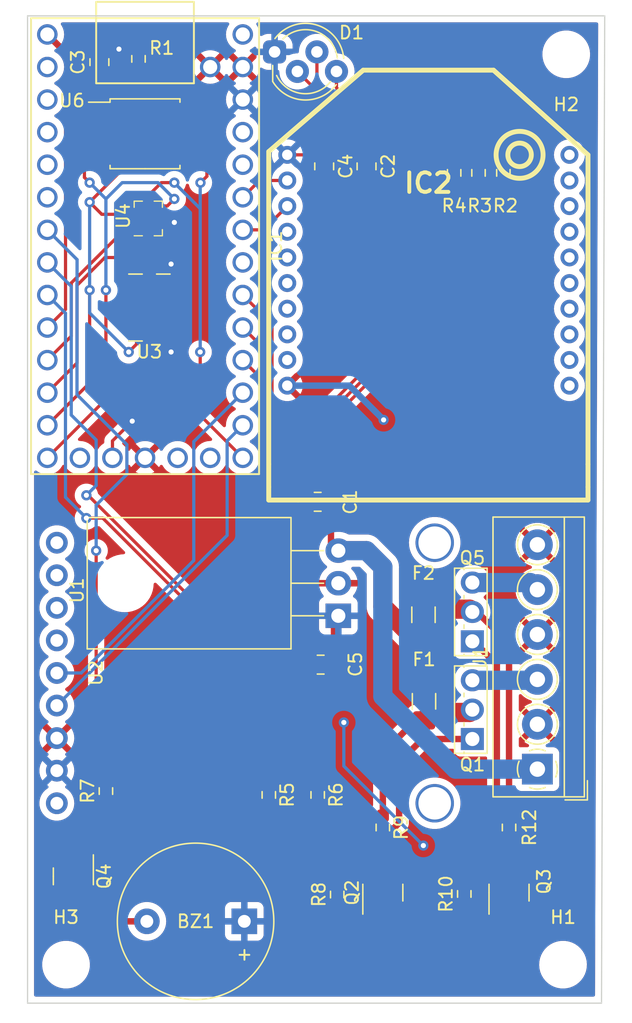
<source format=kicad_pcb>
(kicad_pcb (version 20211014) (generator pcbnew)
  (layers (0 "F.Cu" signal) (31 "B.Cu" signal) (34 "B.Paste" user) (35 "F.Paste" user) (36 "B.SilkS" user "B.Silkscreen") (37 "F.SilkS" user "F.Silkscreen") (38 "B.Mask" user) (39 "F.Mask" user) (44 "Edge.Cuts" user))
  (net 0 "")
  (net 1 "Net-(D1-Pad4)")
  (net 2 "Net-(D1-Pad3)")
  (net 3 "Net-(D1-Pad2)")
  (net 6 "GND")
  (net 7 "/SPI.FL-CS")
  (net 9 "/SPI.BMP-CS")
  (net 10 "/SPI.ADXL-CS")
  (net 11 "/SPI.MOSI")
  (net 14 "Net-(R1-Pad2)")
  (net 16 "+3V3")
  (net 17 "Net-(BZ1-Pad2)")
  (net 19 "/SPI.MISO")
  (net 20 "/SPI.SCK")
  (net 24 "/GPS.RX")
  (net 25 "/GPS.TX")
  (net 26 "/XBEE.RX")
  (net 27 "/XBEE.TX")
  (net 28 "BUZZER")
  (net 29 "Net-(F1-Pad2)")
  (net 30 "LED-B")
  (net 31 "LED-G")
  (net 32 "LED-R")
  (net 62 "Net-(F2-Pad2)")
  (net 63 "+BATT")
  (net 64 "/ACT1")
  (net 65 "/ACT2")
  (net 66 "Net-(Q1-Pad1)")
  (net 67 "/DROGUE_POW")
  (net 68 "Net-(Q2-Pad1)")
  (net 69 "Net-(Q3-Pad1)")
  (net 70 "Net-(Q3-Pad3)")
  (net 71 "Net-(Q4-Pad1)")
  (net 72 "/MAIN_POW")
  (footprint "Package_LGA:LGA-14_3x5mm_P0.8mm_LayoutBorder1x6y" (layer "F.Cu") (at 81.5 86.75 180)
    (fp_text reference "U3" (at 0 -3.45) (layer "F.SilkS"))
    (fp_text value "ADXL345")
    (pad "1" smd roundrect locked (at -1 -2 180) (size 0.95 0.6) (layers "F.Cu" "F.Paste" "F.Mask") (net 16 "+3V3"))
    (pad "2" smd roundrect locked (at -1 -1.2 180) (size 0.95 0.6) (layers "F.Cu" "F.Paste" "F.Mask") (net 6 "GND"))
    (pad "3" smd roundrect locked (at -1 -0.4 180) (size 0.95 0.6) (layers "F.Cu" "F.Paste" "F.Mask"))
    (pad "4" smd roundrect locked (at -1 0.4 180) (size 0.95 0.6) (layers "F.Cu" "F.Paste" "F.Mask") (net 6 "GND"))
    (pad "5" smd roundrect locked (at -1 1.2 180) (size 0.95 0.6) (layers "F.Cu" "F.Paste" "F.Mask") (net 6 "GND"))
    (pad "6" smd roundrect locked (at -1 2 180) (size 0.95 0.6) (layers "F.Cu" "F.Paste" "F.Mask") (net 16 "+3V3"))
    (pad "7" smd roundrect locked (at 0 2 180) (size 0.6 0.95) (layers "F.Cu" "F.Paste" "F.Mask") (net 10 "/SPI.ADXL-CS"))
    (pad "8" smd roundrect locked (at 1 2 180) (size 0.95 0.6) (layers "F.Cu" "F.Paste" "F.Mask"))
    (pad "9" smd roundrect locked (at 1 1.2 180) (size 0.95 0.6) (layers "F.Cu" "F.Paste" "F.Mask"))
    (pad "10" smd roundrect locked (at 1 0.4 180) (size 0.95 0.6) (layers "F.Cu" "F.Paste" "F.Mask"))
    (pad "11" smd roundrect locked (at 1 -0.4 180) (size 0.95 0.6) (layers "F.Cu" "F.Paste" "F.Mask"))
    (pad "12" smd roundrect locked (at 1 -1.2 180) (size 0.95 0.6) (layers "F.Cu" "F.Paste" "F.Mask") (net 19 "/SPI.MISO"))
    (pad "13" smd roundrect locked (at 1 -2 180) (size 0.95 0.6) (layers "F.Cu" "F.Paste" "F.Mask") (net 11 "/SPI.MOSI"))
    (pad "14" smd roundrect locked (at 0 -2 180) (size 0.6 0.95) (layers "F.Cu" "F.Paste" "F.Mask") (net 20 "/SPI.SCK"))
  )
  (footprint "Package_SO:SOIC-8_5.23x5.23mm_P1.27mm" (layer "F.Cu") (at 81.158 73.198)
    (fp_text reference "U6" (at -5.698 -2.588) (layer "F.SilkS"))
    (fp_text value "Memory_Flash_W25Q32JVSS")
    (pad "1" smd roundrect locked (at -3.6 -1.905) (size 1.6 0.6) (layers "F.Cu" "F.Paste" "F.Mask") (net 7 "/SPI.FL-CS"))
    (pad "2" smd roundrect locked (at -3.6 -0.635) (size 1.6 0.6) (layers "F.Cu" "F.Paste" "F.Mask") (net 19 "/SPI.MISO"))
    (pad "3" smd roundrect locked (at -3.6 0.635) (size 1.6 0.6) (layers "F.Cu" "F.Paste" "F.Mask"))
    (pad "4" smd roundrect locked (at -3.6 1.905) (size 1.6 0.6) (layers "F.Cu" "F.Paste" "F.Mask") (net 6 "GND"))
    (pad "5" smd roundrect locked (at 3.6 1.905) (size 1.6 0.6) (layers "F.Cu" "F.Paste" "F.Mask") (net 11 "/SPI.MOSI"))
    (pad "6" smd roundrect locked (at 3.6 0.635) (size 1.6 0.6) (layers "F.Cu" "F.Paste" "F.Mask") (net 20 "/SPI.SCK"))
    (pad "7" smd roundrect locked (at 3.6 -0.635) (size 1.6 0.6) (layers "F.Cu" "F.Paste" "F.Mask") (net 14 "Net-(R1-Pad2)"))
    (pad "8" smd roundrect locked (at 3.6 -1.905) (size 1.6 0.6) (layers "F.Cu" "F.Paste" "F.Mask") (net 16 "+3V3"))
  )
  (footprint "Capacitor_SMD:C_0805_2012Metric_Pad1.18x1.45mm_HandSolder" (layer "F.Cu") (at 94.62 101.9 180)
    (fp_text reference "C1" (at -2.54 -0.02 90) (layer "F.SilkS"))
    (fp_text value "10uf")
    (pad "1" smd roundrect locked (at -1.0375 0 180) (size 1.175 1.45) (layers "F.Cu" "F.Paste" "F.Mask") (roundrect_rratio 0.212766) (net 63 "+BATT"))
    (pad "2" smd roundrect locked (at 1.0375 0 180) (size 1.175 1.45) (layers "F.Cu" "F.Paste" "F.Mask") (roundrect_rratio 0.212766) (net 6 "GND"))
  )
  (footprint "Capacitor_SMD:C_0805_2012Metric_Pad1.18x1.45mm_HandSolder" (layer "F.Cu") (at 94.8525 114.6 180)
    (fp_text reference "C5" (at -2.71 0.02 90) (layer "F.SilkS"))
    (fp_text value "10uf")
    (pad "1" smd roundrect locked (at -1.0375 0 180) (size 1.175 1.45) (layers "F.Cu" "F.Paste" "F.Mask") (roundrect_rratio 0.212766) (net 16 "+3V3"))
    (pad "2" smd roundrect locked (at 1.0375 0 180) (size 1.175 1.45) (layers "F.Cu" "F.Paste" "F.Mask") (roundrect_rratio 0.212766) (net 6 "GND"))
  )
  (footprint "Package_TO_SOT_THT:TO-220-3_Horizontal_TabDown" (layer "F.Cu") (at 96.23 110.79 90)
    (fp_text reference "U1" (at 1.98 -20.37 90) (layer "F.SilkS"))
    (fp_text value "VXO7803-1000")
    (pad "" np_thru_hole oval locked (at 2.54 -16.66 90) (size 3.5 3.5) (drill 3.5) (layers *.Cu *.Mask))
    (pad "1" thru_hole rect locked (at 0 0 90) (size 1.905 2) (drill 1.1) (layers *.Cu *.Mask) (net 16 "+3V3"))
    (pad "2" thru_hole oval locked (at 2.54 0 90) (size 1.905 2) (drill 1.1) (layers *.Cu *.Mask) (net 6 "GND"))
    (pad "3" thru_hole oval locked (at 5.08 0 90) (size 1.905 2) (drill 1.1) (layers *.Cu *.Mask) (net 63 "+BATT"))
  )
  (footprint "Resistor_SMD:R_0603_1608Metric_Pad0.98x0.95mm_HandSolder" (layer "F.Cu") (at 80.65 67.356 -90)
    (fp_text reference "R1" (at -0.846 -1.81) (layer "F.SilkS"))
    (fp_text value "10M")
    (pad "1" smd roundrect locked (at -0.9125 0 270) (size 0.975 0.95) (layers "F.Cu" "F.Paste" "F.Mask") (net 16 "+3V3"))
    (pad "2" smd roundrect locked (at 0.9125 0 270) (size 0.975 0.95) (layers "F.Cu" "F.Paste" "F.Mask") (net 14 "Net-(R1-Pad2)"))
  )
  (footprint "Flight Computer:XBEE_PRO_PTH" (layer "F.Cu") (at 103.25 74.84)
    (fp_text reference "IC2" (at 0 2.2) (layer "F.SilkS") (effects (font (size 1.524 1.524) (thickness 0.3048))))
    (fp_text value "XB24CZ7PIT-004" hide)
    (pad "1" thru_hole circle locked (at -11.00074 0) (size 1.397 1.397) (drill 0.8128) (layers *.Cu *.Mask) (net 16 "+3V3"))
    (pad "2" thru_hole circle locked (at -11.00074 1.99898) (size 1.397 1.397) (drill 0.8128) (layers *.Cu *.Mask) (net 27 "/XBEE.TX"))
    (pad "3" thru_hole circle locked (at -11.00074 4.0005) (size 1.397 1.397) (drill 0.8128) (layers *.Cu *.Mask) (net 26 "/XBEE.RX"))
    (pad "4" thru_hole circle locked (at -11.00074 5.99948) (size 1.397 1.397) (drill 0.8128) (layers *.Cu *.Mask))
    (pad "5" thru_hole circle locked (at -11.00074 8.001) (size 1.397 1.397) (drill 0.8128) (layers *.Cu *.Mask))
    (pad "6" thru_hole circle locked (at -11.00074 9.99998) (size 1.397 1.397) (drill 0.8128) (layers *.Cu *.Mask))
    (pad "7" thru_hole circle locked (at -11.00074 11.99896) (size 1.397 1.397) (drill 0.8128) (layers *.Cu *.Mask))
    (pad "8" thru_hole circle locked (at -11.00074 14.00048) (size 1.397 1.397) (drill 0.8128) (layers *.Cu *.Mask))
    (pad "9" thru_hole circle locked (at -11.00074 15.99946) (size 1.397 1.397) (drill 0.8128) (layers *.Cu *.Mask))
    (pad "10" thru_hole circle locked (at -11.00074 18.00098) (size 1.397 1.397) (drill 0.8128) (layers *.Cu *.Mask) (net 6 "GND"))
    (pad "11" thru_hole circle locked (at 11.00074 18.00098) (size 1.397 1.397) (drill 0.8128) (layers *.Cu *.Mask))
    (pad "12" thru_hole circle locked (at 11.00074 15.99946) (size 1.397 1.397) (drill 0.8128) (layers *.Cu *.Mask))
    (pad "13" thru_hole circle locked (at 11.00074 14.00048) (size 1.397 1.397) (drill 0.8128) (layers *.Cu *.Mask))
    (pad "14" thru_hole circle locked (at 11.00074 11.99896) (size 1.397 1.397) (drill 0.8128) (layers *.Cu *.Mask))
    (pad "15" thru_hole circle locked (at 11.00074 9.99998) (size 1.397 1.397) (drill 0.8128) (layers *.Cu *.Mask))
    (pad "16" thru_hole circle locked (at 11.00074 8.001) (size 1.397 1.397) (drill 0.8128) (layers *.Cu *.Mask))
    (pad "17" thru_hole circle locked (at 11.00074 5.99948) (size 1.397 1.397) (drill 0.8128) (layers *.Cu *.Mask))
    (pad "18" thru_hole circle locked (at 11.00074 4.0005) (size 1.397 1.397) (drill 0.8128) (layers *.Cu *.Mask))
    (pad "19" thru_hole circle locked (at 11.00074 1.99898) (size 1.397 1.397) (drill 0.8128) (layers *.Cu *.Mask))
    (pad "20" thru_hole circle locked (at 11.00074 0) (size 1.397 1.397) (drill 0.8128) (layers *.Cu *.Mask))
  )
  (footprint "Package_LGA:Bosch_LGA-8_2x2.5mm_P0.65mm_ClockwisePinNumbering" (layer "F.Cu") (at 81.412 79.802 90)
    (fp_text reference "U4" (at 0.192 -1.952 90) (layer "F.SilkS"))
    (fp_text value "BMP280")
    (pad "1" smd rect locked (at -0.975 -0.8 180) (size 0.5 0.35) (layers "F.Cu" "F.Paste" "F.Mask") (net 6 "GND"))
    (pad "2" smd rect locked (at -0.325 -0.8 180) (size 0.5 0.35) (layers "F.Cu" "F.Paste" "F.Mask") (net 9 "/SPI.BMP-CS"))
    (pad "3" smd rect locked (at 0.325 -0.8 180) (size 0.5 0.35) (layers "F.Cu" "F.Paste" "F.Mask") (net 11 "/SPI.MOSI"))
    (pad "4" smd rect locked (at 0.975 -0.8 180) (size 0.5 0.35) (layers "F.Cu" "F.Paste" "F.Mask") (net 20 "/SPI.SCK"))
    (pad "5" smd rect locked (at 0.975 0.8 180) (size 0.5 0.35) (layers "F.Cu" "F.Paste" "F.Mask") (net 19 "/SPI.MISO"))
    (pad "6" smd rect locked (at 0.325 0.8 180) (size 0.5 0.35) (layers "F.Cu" "F.Paste" "F.Mask") (net 16 "+3V3"))
    (pad "7" smd rect locked (at -0.325 0.8 180) (size 0.5 0.35) (layers "F.Cu" "F.Paste" "F.Mask") (net 6 "GND"))
    (pad "8" smd rect locked (at -0.975 0.8 180) (size 0.5 0.35) (layers "F.Cu" "F.Paste" "F.Mask") (net 16 "+3V3"))
  )
  (footprint "MountingHole:MountingHole_2.7mm_M2.5" (layer "F.Cu") (at 114 67)
    (fp_text reference "H2" (at 0 3.912) (layer "F.SilkS"))
    (fp_text value "MountingHole")
    (pad "" np_thru_hole circle locked (at 0 0) (size 2.7 2.7) (drill 2.7) (layers *.Cu *.Mask))
  )
  (footprint "Flight Computer:Teensy40" (layer "F.Cu") (at 81.16 81.96 -90)
    (fp_text reference "IC1" (at 0 -10.16 90) (layer "F.SilkS"))
    (fp_text value "TEENSY_4.0")
    (pad "1" thru_hole circle (at -16.51 7.62 270) (size 1.6 1.6) (drill 1.1) (layers *.Cu *.Mask) (net 6 "GND"))
    (pad "2" thru_hole circle (at -13.97 7.62 270) (size 1.6 1.6) (drill 1.1) (layers *.Cu *.Mask))
    (pad "3" thru_hole circle (at -11.43 7.62 270) (size 1.6 1.6) (drill 1.1) (layers *.Cu *.Mask))
    (pad "4" thru_hole circle (at -8.89 7.62 270) (size 1.6 1.6) (drill 1.1) (layers *.Cu *.Mask))
    (pad "5" thru_hole circle (at -6.35 7.62 270) (size 1.6 1.6) (drill 1.1) (layers *.Cu *.Mask))
    (pad "6" thru_hole circle (at -3.81 7.62 270) (size 1.6 1.6) (drill 1.1) (layers *.Cu *.Mask))
    (pad "7" thru_hole circle (at -1.27 7.62 270) (size 1.6 1.6) (drill 1.1) (layers *.Cu *.Mask) (net 28 "BUZZER"))
    (pad "8" thru_hole circle (at 1.27 7.62 270) (size 1.6 1.6) (drill 1.1) (layers *.Cu *.Mask) (net 64 "/ACT1"))
    (pad "9" thru_hole circle (at 3.81 7.62 270) (size 1.6 1.6) (drill 1.1) (layers *.Cu *.Mask) (net 65 "/ACT2"))
    (pad "10" thru_hole circle (at 6.35 7.62 270) (size 1.6 1.6) (drill 1.1) (layers *.Cu *.Mask) (net 7 "/SPI.FL-CS"))
    (pad "11" thru_hole circle (at 8.89 7.62 270) (size 1.6 1.6) (drill 1.1) (layers *.Cu *.Mask) (net 9 "/SPI.BMP-CS"))
    (pad "12" thru_hole circle (at 11.43 7.62 270) (size 1.6 1.6) (drill 1.1) (layers *.Cu *.Mask) (net 10 "/SPI.ADXL-CS"))
    (pad "13" thru_hole circle (at 13.97 7.62 270) (size 1.6 1.6) (drill 1.1) (layers *.Cu *.Mask) (net 11 "/SPI.MOSI"))
    (pad "14" thru_hole circle (at 16.51 7.62 270) (size 1.6 1.6) (drill 1.1) (layers *.Cu *.Mask) (net 19 "/SPI.MISO"))
    (pad "15" thru_hole circle (at 16.51 5.08 270) (size 1.6 1.6) (drill 1.1) (layers *.Cu *.Mask))
    (pad "16" thru_hole circle (at 16.51 2.54 270) (size 1.6 1.6) (drill 1.1) (layers *.Cu *.Mask) (net 16 "+3V3"))
    (pad "17" thru_hole circle (at 16.51 0 270) (size 1.6 1.6) (drill 1.1) (layers *.Cu *.Mask) (net 6 "GND"))
    (pad "18" thru_hole circle (at 16.51 -2.54 270) (size 1.6 1.6) (drill 1.1) (layers *.Cu *.Mask))
    (pad "19" thru_hole circle (at 16.51 -5.08 270) (size 1.6 1.6) (drill 1.1) (layers *.Cu *.Mask))
    (pad "20" thru_hole circle (at 16.51 -7.62 270) (size 1.6 1.6) (drill 1.1) (layers *.Cu *.Mask) (net 20 "/SPI.SCK"))
    (pad "21" thru_hole circle (at 13.97 -7.62 270) (size 1.6 1.6) (drill 1.1) (layers *.Cu *.Mask) (net 24 "/GPS.RX"))
    (pad "22" thru_hole circle (at 11.43 -7.62 270) (size 1.6 1.6) (drill 1.1) (layers *.Cu *.Mask) (net 25 "/GPS.TX"))
    (pad "23" thru_hole circle (at 8.89 -7.62 270) (size 1.6 1.6) (drill 1.1) (layers *.Cu *.Mask) (net 32 "LED-R"))
    (pad "24" thru_hole circle (at 6.35 -7.62 270) (size 1.6 1.6) (drill 1.1) (layers *.Cu *.Mask) (net 31 "LED-G"))
    (pad "25" thru_hole circle (at 3.81 -7.62 270) (size 1.6 1.6) (drill 1.1) (layers *.Cu *.Mask) (net 30 "LED-B"))
    (pad "26" thru_hole circle (at 1.27 -7.62 270) (size 1.6 1.6) (drill 1.1) (layers *.Cu *.Mask))
    (pad "27" thru_hole circle (at -1.27 -7.62 270) (size 1.6 1.6) (drill 1.1) (layers *.Cu *.Mask) (net 26 "/XBEE.RX"))
    (pad "28" thru_hole circle (at -3.81 -7.62 270) (size 1.6 1.6) (drill 1.1) (layers *.Cu *.Mask) (net 27 "/XBEE.TX"))
    (pad "29" thru_hole circle (at -6.35 -7.62 270) (size 1.6 1.6) (drill 1.1) (layers *.Cu *.Mask))
    (pad "30" thru_hole circle (at -8.89 -7.62 270) (size 1.6 1.6) (drill 1.1) (layers *.Cu *.Mask))
    (pad "31" thru_hole circle (at -11.43 -7.62 270) (size 1.6 1.6) (drill 1.1) (layers *.Cu *.Mask) (net 16 "+3V3"))
    (pad "32" thru_hole circle (at -13.97 -7.62 270) (size 1.6 1.6) (drill 1.1) (layers *.Cu *.Mask) (net 6 "GND"))
    (pad "33" thru_hole circle (at -16.51 -7.62 270) (size 1.6 1.6) (drill 1.1) (layers *.Cu *.Mask))
    (pad "34" thru_hole circle (at -13.97 -5.08 270) (size 1.6 1.6) (drill 1.1) (layers *.Cu *.Mask) (net 6 "GND"))
  )
  (footprint "Resistor_SMD:R_0603_1608Metric_Pad0.98x0.95mm_HandSolder" (layer "F.Cu") (at 105.26 76.246 -90)
    (fp_text reference "R4" (at 2.564 0 180) (layer "F.SilkS"))
    (fp_text value "220")
    (pad "1" smd roundrect locked (at -0.9125 0 270) (size 0.975 0.95) (layers "F.Cu" "F.Paste" "F.Mask") (net 3 "Net-(D1-Pad2)"))
    (pad "2" smd roundrect locked (at 0.9125 0 270) (size 0.975 0.95) (layers "F.Cu" "F.Paste" "F.Mask") (net 30 "LED-B"))
  )
  (footprint "Flight Computer:Adafruit_GPS_THT" (layer "F.Cu") (at 72.25 115.25 -90)
    (fp_text reference "U2" (at 0 -5.08 90) (layer "F.SilkS"))
    (fp_text value "Flight-Computer_Adafruit_GPS_THT")
    (pad "" np_thru_hole circle locked (at -10.16 -31.496 270) (size 3 3) (drill 2.54) (layers *.Cu *.Mask))
    (pad "" np_thru_hole circle locked (at 10.16 -31.496 270) (size 3 3) (drill 2.54) (layers *.Cu *.Mask))
    (pad "1" thru_hole circle locked (at -10.16 -2.032 270) (size 1.7 1.7) (drill 1) (layers *.Cu *.Mask))
    (pad "2" thru_hole circle locked (at -7.62 -2.032 270) (size 1.7 1.7) (drill 1) (layers *.Cu *.Mask))
    (pad "3" thru_hole circle locked (at -5.08 -2.032 270) (size 1.7 1.7) (drill 1) (layers *.Cu *.Mask))
    (pad "4" thru_hole circle locked (at -2.54 -2.032 270) (size 1.7 1.7) (drill 1) (layers *.Cu *.Mask))
    (pad "5" thru_hole circle locked (at 0 -2.032 270) (size 1.7 1.7) (drill 1) (layers *.Cu *.Mask) (net 25 "/GPS.TX"))
    (pad "6" thru_hole circle locked (at 2.54 -2.032 270) (size 1.7 1.7) (drill 1) (layers *.Cu *.Mask) (net 24 "/GPS.RX"))
    (pad "7" thru_hole circle locked (at 5.08 -2.032 270) (size 1.7 1.7) (drill 1) (layers *.Cu *.Mask) (net 6 "GND"))
    (pad "8" thru_hole circle locked (at 7.62 -2.032 270) (size 1.7 1.7) (drill 1) (layers *.Cu *.Mask) (net 16 "+3V3"))
    (pad "9" thru_hole circle locked (at 10.16 -2.032 270) (size 1.7 1.7) (drill 1) (layers *.Cu *.Mask))
  )
  (footprint "Resistor_SMD:R_0603_1608Metric_Pad0.98x0.95mm_HandSolder" (layer "F.Cu") (at 94.62 124.76 -90)
    (fp_text reference "R6" (at 0 -1.43 90) (layer "F.SilkS"))
    (fp_text value "100R")
    (pad "1" smd roundrect locked (at -0.9125 0 270) (size 0.975 0.95) (layers "F.Cu" "F.Paste" "F.Mask") (net 64 "/ACT1"))
    (pad "2" smd roundrect locked (at 0.9125 0 270) (size 0.975 0.95) (layers "F.Cu" "F.Paste" "F.Mask") (net 68 "Net-(Q2-Pad1)"))
  )
  (footprint "Capacitor_SMD:C_0805_2012Metric_Pad1.18x1.45mm_HandSolder" (layer "F.Cu") (at 98.43 75.738 -90)
    (fp_text reference "C2" (at 0 -1.68 90) (layer "F.SilkS"))
    (fp_text value "1uf")
    (pad "1" smd roundrect (at -1.0375 0 270) (size 1.175 1.45) (layers "F.Cu" "F.Paste" "F.Mask") (roundrect_rratio 0.212766) (net 16 "+3V3"))
    (pad "2" smd roundrect (at 1.0375 0 270) (size 1.175 1.45) (layers "F.Cu" "F.Paste" "F.Mask") (roundrect_rratio 0.212766) (net 6 "GND"))
  )
  (footprint "Fuse:Fuse_1206_3216Metric_Pad1.42x1.75mm_HandSolder" (layer "F.Cu") (at 102.91 117.46 -90)
    (fp_text reference "F1" (at -3.2625 0 -180) (layer "F.SilkS"))
    (fp_text value "3A Polyfuse")
    (pad "1" smd roundrect locked (at -1.4875 0 270) (size 1.425 1.75) (layers "F.Cu" "F.Paste" "F.Mask") (roundrect_rratio 0.175439) (net 63 "+BATT"))
    (pad "2" smd roundrect locked (at 1.4875 0 270) (size 1.425 1.75) (layers "F.Cu" "F.Paste" "F.Mask") (roundrect_rratio 0.175439) (net 29 "Net-(F1-Pad2)"))
  )
  (footprint "Capacitor_SMD:C_0805_2012Metric_Pad1.18x1.45mm_HandSolder" (layer "F.Cu") (at 95.128 75.738 -90)
    (fp_text reference "C4" (at 0 -1.68 90) (layer "F.SilkS"))
    (fp_text value "47pf")
    (pad "1" smd roundrect (at -1.0375 0 270) (size 1.175 1.45) (layers "F.Cu" "F.Paste" "F.Mask") (roundrect_rratio 0.212766) (net 16 "+3V3"))
    (pad "2" smd roundrect (at 1.0375 0 270) (size 1.175 1.45) (layers "F.Cu" "F.Paste" "F.Mask") (roundrect_rratio 0.212766) (net 6 "GND"))
  )
  (footprint "Flight Computer:SEDS_logo_soldermask" (layer "F.Cu") (at 101.26 138.61 180)
    (fp_text reference "G1" hide)
    (fp_text value "UB-SEDS-Logo" hide)
  )
  (footprint "Package_TO_SOT_THT:TO-251-3_Vertical" (layer "F.Cu") (at 106.68 120.4 90)
    (fp_text reference "Q1" (at -2 0 180) (layer "F.SilkS"))
    (fp_text value "AOI21357")
    (pad "1" thru_hole rect locked (at 0 0 90) (size 1.7175 1.8) (drill 1.1) (layers *.Cu *.Mask) (net 66 "Net-(Q1-Pad1)"))
    (pad "2" thru_hole oval locked (at 2.29 0 90) (size 1.7175 1.8) (drill 1.1) (layers *.Cu *.Mask) (net 29 "Net-(F1-Pad2)"))
    (pad "3" thru_hole oval locked (at 4.58 0 90) (size 1.7175 1.8) (drill 1.1) (layers *.Cu *.Mask) (net 67 "/DROGUE_POW"))
  )
  (footprint "Package_TO_SOT_SMD:SOT-23" (layer "F.Cu") (at 75.57 131.11 -90)
    (fp_text reference "Q4" (at 0 -2.4 90) (layer "F.SilkS"))
    (fp_text value "2N7002")
    (pad "1" smd roundrect locked (at -0.9375 -0.95 270) (size 1.475 0.6) (layers "F.Cu" "F.Paste" "F.Mask") (net 71 "Net-(Q4-Pad1)"))
    (pad "2" smd roundrect locked (at -0.9375 0.95 270) (size 1.475 0.6) (layers "F.Cu" "F.Paste" "F.Mask") (net 6 "GND"))
    (pad "3" smd roundrect locked (at 0.9375 0 270) (size 1.475 0.6) (layers "F.Cu" "F.Paste" "F.Mask") (net 17 "Net-(BZ1-Pad2)"))
  )
  (footprint "Package_TO_SOT_THT:TO-251-3_Vertical" (layer "F.Cu") (at 106.68 112.78 90)
    (fp_text reference "Q5" (at 6.5 0 180) (layer "F.SilkS"))
    (fp_text value "AOI21357")
    (pad "1" thru_hole rect locked (at 0 0 90) (size 1.7175 1.8) (drill 1.1) (layers *.Cu *.Mask) (net 70 "Net-(Q3-Pad3)"))
    (pad "2" thru_hole oval locked (at 2.29 0 90) (size 1.7175 1.8) (drill 1.1) (layers *.Cu *.Mask) (net 62 "Net-(F2-Pad2)"))
    (pad "3" thru_hole oval locked (at 4.58 0 90) (size 1.7175 1.8) (drill 1.1) (layers *.Cu *.Mask) (net 72 "/MAIN_POW"))
  )
  (footprint "MountingHole:MountingHole_2.7mm_M2.5" (layer "F.Cu") (at 75 138)
    (fp_text reference "H3" (at 0 -3.7) (layer "F.SilkS"))
    (fp_text value "MountingHole")
    (pad "" np_thru_hole circle locked (at 0 0) (size 2.7 2.7) (drill 2.7) (layers *.Cu *.Mask))
  )
  (footprint "Capacitor_SMD:C_0805_2012Metric_Pad1.18x1.45mm_HandSolder" (layer "F.Cu") (at 77.602 67.61 90)
    (fp_text reference "C3" (at 0 -1.68 90) (layer "F.SilkS"))
    (fp_text value "22uf")
    (pad "1" smd roundrect locked (at -1.0375 0 90) (size 1.175 1.45) (layers "F.Cu" "F.Paste" "F.Mask") (roundrect_rratio 0.212766) (net 6 "GND"))
    (pad "2" smd roundrect locked (at 1.0375 0 90) (size 1.175 1.45) (layers "F.Cu" "F.Paste" "F.Mask") (roundrect_rratio 0.212766) (net 16 "+3V3"))
  )
  (footprint "Resistor_SMD:R_0603_1608Metric_Pad0.98x0.95mm_HandSolder" (layer "F.Cu") (at 90.81 124.76 -90)
    (fp_text reference "R5" (at 0 -1.43 90) (layer "F.SilkS"))
    (fp_text value "100R")
    (pad "1" smd roundrect locked (at -0.9125 0 270) (size 0.975 0.95) (layers "F.Cu" "F.Paste" "F.Mask") (net 65 "/ACT2"))
    (pad "2" smd roundrect locked (at 0.9125 0 270) (size 0.975 0.95) (layers "F.Cu" "F.Paste" "F.Mask") (net 69 "Net-(Q3-Pad1)"))
  )
  (footprint "TerminalBlock_4Ucon:TerminalBlock_4Ucon_1x06_P3.50mm_Horizontal" (layer "F.Cu") (at 111.75 122.75 90)
    (fp_text reference "J1" (at 8.75 -4.46 90) (layer "F.SilkS"))
    (fp_text value "Screw_Terminal_01x06")
    (pad "1" thru_hole rect locked (at 0 0 90) (size 2.4 2.4) (drill 1.2) (layers *.Cu *.Mask) (net 63 "+BATT"))
    (pad "2" thru_hole circle locked (at 3.5 0 90) (size 2.4 2.4) (drill 1.2) (layers *.Cu *.Mask) (net 6 "GND"))
    (pad "3" thru_hole circle locked (at 7 0 90) (size 2.4 2.4) (drill 1.2) (layers *.Cu *.Mask) (net 67 "/DROGUE_POW"))
    (pad "4" thru_hole circle locked (at 10.5 0 90) (size 2.4 2.4) (drill 1.2) (layers *.Cu *.Mask) (net 6 "GND"))
    (pad "5" thru_hole circle locked (at 14 0 90) (size 2.4 2.4) (drill 1.2) (layers *.Cu *.Mask) (net 72 "/MAIN_POW"))
    (pad "6" thru_hole circle locked (at 17.5 0 90) (size 2.4 2.4) (drill 1.2) (layers *.Cu *.Mask) (net 6 "GND"))
  )
  (footprint "Buzzer_Beeper:Buzzer_12x9.5RM7.6" (layer "F.Cu") (at 88.9 134.62 180)
    (fp_text reference "BZ1" (at 3.8 0) (layer "F.SilkS"))
    (fp_text value "Buzzer")
    (fp_text user "+" (at -0.01 -2.54) (layer "F.SilkS"))
    (pad "1" thru_hole rect locked (at 0 0 180) (size 2 2) (drill 1) (layers *.Cu *.Mask) (net 16 "+3V3"))
    (pad "2" thru_hole circle locked (at 7.6 0 180) (size 2 2) (drill 1) (layers *.Cu *.Mask) (net 17 "Net-(BZ1-Pad2)"))
  )
  (footprint "Resistor_SMD:R_0603_1608Metric_Pad0.98x0.95mm_HandSolder" (layer "F.Cu") (at 109.54 127.3 -90)
    (fp_text reference "R12" (at 0 -1.59 90) (layer "F.SilkS"))
    (fp_text value "10k")
    (pad "1" smd roundrect locked (at -0.9125 0 270) (size 0.975 0.95) (layers "F.Cu" "F.Paste" "F.Mask") (net 62 "Net-(F2-Pad2)"))
    (pad "2" smd roundrect locked (at 0.9125 0 270) (size 0.975 0.95) (layers "F.Cu" "F.Paste" "F.Mask") (net 70 "Net-(Q3-Pad3)"))
  )
  (footprint "Resistor_SMD:R_0603_1608Metric_Pad0.98x0.95mm_HandSolder" (layer "F.Cu") (at 78.11 124.46 90)
    (fp_text reference "R7" (at 0 -1.43 90) (layer "F.SilkS"))
    (fp_text value "100")
    (pad "1" smd roundrect locked (at -0.9125 0 90) (size 0.975 0.95) (layers "F.Cu" "F.Paste" "F.Mask") (net 71 "Net-(Q4-Pad1)"))
    (pad "2" smd roundrect locked (at 0.9125 0 90) (size 0.975 0.95) (layers "F.Cu" "F.Paste" "F.Mask") (net 28 "BUZZER"))
  )
  (footprint "Package_TO_SOT_SMD:SOT-23" (layer "F.Cu") (at 109.54 132.38 90)
    (fp_text reference "Q3" (at 0.87 2.72 270) (layer "F.SilkS"))
    (fp_text value "2N7002")
    (pad "1" smd roundrect locked (at -0.9375 -0.95 90) (size 1.475 0.6) (layers "F.Cu" "F.Paste" "F.Mask") (net 69 "Net-(Q3-Pad1)"))
    (pad "2" smd roundrect locked (at -0.9375 0.95 90) (size 1.475 0.6) (layers "F.Cu" "F.Paste" "F.Mask") (net 6 "GND"))
    (pad "3" smd roundrect locked (at 0.9375 0 90) (size 1.475 0.6) (layers "F.Cu" "F.Paste" "F.Mask") (net 70 "Net-(Q3-Pad3)"))
  )
  (footprint "Resistor_SMD:R_0603_1608Metric_Pad0.98x0.95mm_HandSolder" (layer "F.Cu") (at 96.144 132.5305 90)
    (fp_text reference "R8" (at 0 -1.43 90) (layer "F.SilkS"))
    (fp_text value "10k")
    (pad "1" smd roundrect (at -0.9125 0 90) (size 0.975 0.95) (layers "F.Cu" "F.Paste" "F.Mask") (net 68 "Net-(Q2-Pad1)"))
    (pad "2" smd roundrect (at 0.9125 0 90) (size 0.975 0.95) (layers "F.Cu" "F.Paste" "F.Mask") (net 6 "GND"))
  )
  (footprint "Resistor_SMD:R_0603_1608Metric_Pad0.98x0.95mm_HandSolder" (layer "F.Cu") (at 109.098 76.246 -90)
    (fp_text reference "R2" (at 2.564 -0.162 180) (layer "F.SilkS"))
    (fp_text value "220")
    (pad "1" smd roundrect locked (at -0.9125 0 270) (size 0.975 0.95) (layers "F.Cu" "F.Paste" "F.Mask") (net 1 "Net-(D1-Pad4)"))
    (pad "2" smd roundrect locked (at 0.9125 0 270) (size 0.975 0.95) (layers "F.Cu" "F.Paste" "F.Mask") (net 32 "LED-R"))
  )
  (footprint "LED_THT:LED_D5.0mm-4_RGB_Staggered_Pins" (layer "F.Cu") (at 91.26 66.81)
    (fp_text reference "D1" (at 6 -1.5) (layer "F.SilkS"))
    (fp_text value "LED_ABGR")
    (pad "1" thru_hole roundrect locked (at 0 0) (size 1.8 1.8) (drill 0.9) (layers *.Cu *.Mask) (net 16 "+3V3"))
    (pad "2" thru_hole circle locked (at 1.778 1.524) (size 1.8 1.8) (drill 0.9) (layers *.Cu *.Mask) (net 3 "Net-(D1-Pad2)"))
    (pad "3" thru_hole circle locked (at 3.302 0) (size 1.8 1.8) (drill 0.9) (layers *.Cu *.Mask) (net 2 "Net-(D1-Pad3)"))
    (pad "4" thru_hole circle locked (at 4.826 1.524) (size 1.8 1.8) (drill 0.9) (layers *.Cu *.Mask) (net 1 "Net-(D1-Pad4)"))
  )
  (footprint "Resistor_SMD:R_0603_1608Metric_Pad0.98x0.95mm_HandSolder" (layer "F.Cu") (at 106.05 132.4835 90)
    (fp_text reference "R10" (at 0 -1.43 90) (layer "F.SilkS"))
    (fp_text value "10k")
    (pad "1" smd roundrect locked (at -0.9125 0 90) (size 0.975 0.95) (layers "F.Cu" "F.Paste" "F.Mask") (net 69 "Net-(Q3-Pad1)"))
    (pad "2" smd roundrect locked (at 0.9125 0 90) (size 0.975 0.95) (layers "F.Cu" "F.Paste" "F.Mask") (net 6 "GND"))
  )
  (footprint "Package_TO_SOT_SMD:SOT-23" (layer "F.Cu") (at 99.7 132.38 90)
    (fp_text reference "Q2" (at 0 -2.4 90) (layer "F.SilkS"))
    (fp_text value "2N7002")
    (pad "1" smd roundrect (at -0.9375 -0.95 90) (size 1.475 0.6) (layers "F.Cu" "F.Paste" "F.Mask") (net 68 "Net-(Q2-Pad1)"))
    (pad "2" smd roundrect (at -0.9375 0.95 90) (size 1.475 0.6) (layers "F.Cu" "F.Paste" "F.Mask") (net 6 "GND"))
    (pad "3" smd roundrect (at 0.9375 0 90) (size 1.475 0.6) (layers "F.Cu" "F.Paste" "F.Mask") (net 66 "Net-(Q1-Pad1)"))
  )
  (footprint "Resistor_SMD:R_0603_1608Metric_Pad0.98x0.95mm_HandSolder" (layer "F.Cu") (at 99.7 127.3 -90)
    (fp_text reference "R9" (at 0 -1.43 90) (layer "F.SilkS"))
    (fp_text value "10k")
    (pad "1" smd roundrect (at -0.9125 0 270) (size 0.975 0.95) (layers "F.Cu" "F.Paste" "F.Mask") (net 29 "Net-(F1-Pad2)"))
    (pad "2" smd roundrect (at 0.9125 0 270) (size 0.975 0.95) (layers "F.Cu" "F.Paste" "F.Mask") (net 66 "Net-(Q1-Pad1)"))
  )
  (footprint "Resistor_SMD:R_0603_1608Metric_Pad0.98x0.95mm_HandSolder" (layer "F.Cu") (at 107.16 76.246 -90)
    (fp_text reference "R3" (at 2.564 -0.1 180) (layer "F.SilkS"))
    (fp_text value "220")
    (pad "1" smd roundrect locked (at -0.9125 0 270) (size 0.975 0.95) (layers "F.Cu" "F.Paste" "F.Mask") (net 2 "Net-(D1-Pad3)"))
    (pad "2" smd roundrect locked (at 0.9125 0 270) (size 0.975 0.95) (layers "F.Cu" "F.Paste" "F.Mask") (net 31 "LED-G"))
  )
  (footprint "MountingHole:MountingHole_2.7mm_M2.5" (layer "F.Cu") (at 113.75 138)
    (fp_text reference "H1" (at 0 -3.7) (layer "F.SilkS"))
    (fp_text value "MountingHole")
    (pad "" np_thru_hole circle locked (at 0 0) (size 2.7 2.7) (drill 2.7) (layers *.Cu *.Mask))
  )
  (footprint "Fuse:Fuse_1206_3216Metric_Pad1.42x1.75mm_HandSolder" (layer "F.Cu") (at 102.87 110.71 90)
    (fp_text reference "F2" (at 3.25 0 180) (layer "F.SilkS"))
    (fp_text value "3A Polyfuse")
    (pad "1" smd roundrect locked (at -1.4875 0 90) (size 1.425 1.75) (layers "F.Cu" "F.Paste" "F.Mask") (roundrect_rratio 0.175439) (net 63 "+BATT"))
    (pad "2" smd roundrect locked (at 1.4875 0 90) (size 1.425 1.75) (layers "F.Cu" "F.Paste" "F.Mask") (roundrect_rratio 0.175439) (net 62 "Net-(F2-Pad2)"))
  )
  (gr_line (start 72 64) (end 117 64) (layer "Edge.Cuts") (width 0.1))
  (gr_line (start 117 64) (end 116.75 141) (layer "Edge.Cuts") (width 0.1))
  (gr_line (start 72 64) (end 72 141) (layer "Edge.Cuts") (width 0.1))
  (gr_line (start 116.75 141) (end 72 141) (layer "Edge.Cuts") (width 0.1))
  (segment (start 96.086 68.334) (end 96.086 69.606792) (width 0.25) (layer "F.Cu") (net 1))
  (segment (start 96.086 69.606792) (end 96.744829 70.265621) (width 0.25) (layer "F.Cu") (net 1))
  (segment (start 104.030121 70.265621) (end 109.098 75.3335) (width 0.25) (layer "F.Cu") (net 1))
  (segment (start 96.744829 70.265621) (end 104.030121 70.265621) (width 0.25) (layer "F.Cu") (net 1))
  (segment (start 94.562 66.81) (end 94.562 69.222282) (width 0.25) (layer "F.Cu") (net 2))
  (segment (start 96.054859 70.715141) (end 102.541641 70.715141) (width 0.25) (layer "F.Cu") (net 2))
  (segment (start 102.541641 70.715141) (end 107.16 75.3335) (width 0.25) (layer "F.Cu") (net 2))
  (segment (start 94.562 69.222282) (end 96.054859 70.715141) (width 0.25) (layer "F.Cu") (net 2))
  (segment (start 101.2365 71.31) (end 105.26 75.3335) (width 0.25) (layer "F.Cu") (net 3))
  (segment (start 93.038 68.334) (end 96.014 71.31) (width 0.25) (layer "F.Cu") (net 3))
  (segment (start 96.014 71.31) (end 101.2365 71.31) (width 0.25) (layer "F.Cu") (net 3))
  (segment (start 81.31 80.46) (end 81.66 80.11) (width 0.25) (layer "F.Cu") (net 6))
  (segment (start 83.388 86.35) (end 83.444 86.406) (width 0.25) (layer "F.Cu") (net 6))
  (segment (start 83.444 86.152) (end 83.444 86.406) (width 0.25) (layer "F.Cu") (net 6))
  (segment (start 83.444 87.352072) (end 82.846072 87.95) (width 0.25) (layer "F.Cu") (net 6))
  (segment (start 93.815 116.265) (end 96.66 119.11) (width 0.25) (layer "F.Cu") (net 6))
  (segment (start 81.21 80.56) (end 81.31 80.46) (width 0.25) (layer "F.Cu") (net 6))
  (segment (start 81.677 80.127) (end 82.212 80.127) (width 0.25) (layer "F.Cu") (net 6))
  (segment (start 80.612 80.777) (end 80.993 80.777) (width 0.25) (layer "F.Cu") (net 6))
  (segment (start 80.993 80.777) (end 81.21 80.56) (width 0.25) (layer "F.Cu") (net 6))
  (segment (start 82.846072 87.95) (end 82.5 87.95) (width 0.25) (layer "F.Cu") (net 6))
  (segment (start 83.444 86.406) (end 83.444 87.352072) (width 0.25) (layer "F.Cu") (net 6))
  (segment (start 93.815 114.6) (end 93.815 116.265) (width 0.25) (layer "F.Cu") (net 6))
  (segment (start 82.842 85.55) (end 83.444 86.152) (width 0.25) (layer "F.Cu") (net 6))
  (segment (start 82.5 86.35) (end 83.388 86.35) (width 0.25) (layer "F.Cu") (net 6))
  (segment (start 82.5 85.55) (end 82.842 85.55) (width 0.25) (layer "F.Cu") (net 6))
  (segment (start 81.66 80.11) (end 81.677 80.127) (width 0.25) (layer "F.Cu") (net 6))
  (via (at 96.66 119.11) (size 0.8) (drill 0.4) (layers "F.Cu" "B.Cu") (net 6))
  (via (at 102.86 128.71) (size 0.8) (drill 0.4) (layers "F.Cu" "B.Cu") (net 6))
  (via (at 99.76 95.51) (size 0.8) (drill 0.4) (layers "F.Cu" "B.Cu") (net 6))
  (segment (start 92.24926 92.84098) (end 97.09098 92.84098) (width 0.5) (layer "B.Cu") (net 6))
  (segment (start 97.09098 92.84098) (end 99.76 95.51) (width 0.5) (layer "B.Cu") (net 6))
  (segment (start 96.66 119.11) (end 96.66 122.51) (width 0.25) (layer "B.Cu") (net 6))
  (segment (start 96.66 122.51) (end 102.86 128.71) (width 0.25) (layer "B.Cu") (net 6))
  (segment (start 76.077 71.293) (end 77.558 71.293) (width 0.25) (layer "F.Cu") (net 7))
  (segment (start 73.54 88.31) (end 74.96 86.89) (width 0.25) (layer "F.Cu") (net 7))
  (segment (start 74.96 72.41) (end 76.077 71.293) (width 0.25) (layer "F.Cu") (net 7))
  (segment (start 74.96 86.89) (end 74.96 72.41) (width 0.25) (layer "F.Cu") (net 7))
  (segment (start 75.40952 88.98048) (end 75.40952 84.82948) (width 0.25) (layer "F.Cu") (net 9))
  (segment (start 80.112 80.127) (end 80.612 80.127) (width 0.25) (layer "F.Cu") (net 9))
  (segment (start 73.54 90.85) (end 75.40952 88.98048) (width 0.25) (layer "F.Cu") (net 9))
  (segment (start 75.40952 84.82948) (end 80.112 80.127) (width 0.25) (layer "F.Cu") (net 9))
  (segment (start 75.85904 91.07096) (end 73.54 93.39) (width 0.25) (layer "F.Cu") (net 10))
  (segment (start 78.024718 82.85) (end 75.85904 85.015678) (width 0.25) (layer "F.Cu") (net 10))
  (segment (start 81.5 83.446) (end 80.904 82.85) (width 0.25) (layer "F.Cu") (net 10))
  (segment (start 80.904 82.85) (end 78.024718 82.85) (width 0.25) (layer "F.Cu") (net 10))
  (segment (start 81.5 84.75) (end 81.5 83.446) (width 0.25) (layer "F.Cu") (net 10))
  (segment (start 75.85904 85.015678) (end 75.85904 91.07096) (width 0.25) (layer "F.Cu") (net 10))
  (segment (start 80.612 79.477) (end 77.785 79.477) (width 0.25) (layer "F.Cu") (net 11))
  (segment (start 76.84 92.63) (end 73.54 95.93) (width 0.25) (layer "F.Cu") (net 11))
  (segment (start 80.269 75.103) (end 84.758 75.103) (width 0.25) (layer "F.Cu") (net 11))
  (segment (start 76.84 78.532) (end 80.269 75.103) (width 0.25) (layer "F.Cu") (net 11))
  (segment (start 80.5 89.604) (end 79.888 90.216) (width 0.25) (layer "F.Cu") (net 11))
  (segment (start 76.84 85.39) (end 76.84 92.63) (width 0.25) (layer "F.Cu") (net 11))
  (segment (start 80.5 88.75) (end 80.5 89.604) (width 0.25) (layer "F.Cu") (net 11))
  (segment (start 77.785 79.477) (end 76.84 78.532) (width 0.25) (layer "F.Cu") (net 11))
  (via (at 79.888 90.216) (size 0.8) (drill 0.4) (layers "F.Cu" "B.Cu") (net 11))
  (via (at 76.84 78.532) (size 0.8) (drill 0.4) (layers "F.Cu" "B.Cu") (net 11))
  (via (at 76.84 85.39) (size 0.8) (drill 0.4) (layers "F.Cu" "B.Cu") (net 11))
  (segment (start 79.888 90.216) (end 76.84 87.168) (width 0.25) (layer "B.Cu") (net 11))
  (segment (start 76.84 87.168) (end 76.84 85.39) (width 0.25) (layer "B.Cu") (net 11))
  (segment (start 76.84 85.39) (end 76.84 78.532) (width 0.25) (layer "B.Cu") (net 11))
  (segment (start 84.4365 72.563) (end 84.758 72.563) (width 0.25) (layer "F.Cu") (net 14))
  (segment (start 80.65 68.7765) (end 84.4365 72.563) (width 0.25) (layer "F.Cu") (net 14))
  (segment (start 80.65 68.2685) (end 80.65 68.7765) (width 0.25) (layer "F.Cu") (net 14))
  (segment (start 83.19 90.216) (end 82.5 89.526) (width 0.25) (layer "F.Cu") (net 16))
  (segment (start 80.65 66.4435) (end 84.758 70.5515) (width 0.25) (layer "F.Cu") (net 16))
  (segment (start 82.212 79.477) (end 82.811 79.477) (width 0.25) (layer "F.Cu") (net 16))
  (segment (start 77.602 66.5725) (end 79.1045 66.5725) (width 0.25) (layer "F.Cu") (net 16))
  (segment (start 95.89 114.6) (end 95.89 111.13) (width 0.5) (layer "F.Cu") (net 16))
  (segment (start 79.2765 66.4435) (end 79.126 66.594) (width 0.25) (layer "F.Cu") (net 16))
  (segment (start 95.89 111.13) (end 96.23 110.79) (width 0.5) (layer "F.Cu") (net 16))
  (segment (start 82.777 80.777) (end 83.444 80.11) (width 0.25) (layer "F.Cu") (net 16))
  (segment (start 82.5 89.526) (end 82.5 88.75) (width 0.25) (layer "F.Cu") (net 16))
  (segment (start 78.62 98.47) (end 78.62 97.15) (width 0.25) (layer "F.Cu") (net 16))
  (segment (start 80.65 66.4435) (end 79.2765 66.4435) (width 0.25) (layer "F.Cu") (net 16))
  (segment (start 83.19 83.358) (end 82.5 84.048) (width 0.25) (layer "F.Cu") (net 16))
  (segment (start 92.24926 74.84) (end 94.9885 74.84) (width 0.25) (layer "F.Cu") (net 16))
  (segment (start 79.1045 66.5725) (end 79.126 66.594) (width 0.25) (layer "F.Cu") (net 16))
  (segment (start 94.9885 74.84) (end 95.128 74.7005) (width 0.25) (layer "F.Cu") (net 16))
  (segment (start 82.811 79.477) (end 83.444 80.11) (width 0.25) (layer "F.Cu") (net 16))
  (segment (start 82.5 84.048) (end 82.5 84.75) (width 0.25) (layer "F.Cu") (net 16))
  (segment (start 78.62 97.15) (end 80.16 95.61) (width 0.25) (layer "F.Cu") (net 16))
  (segment (start 82.212 80.777) (end 82.777 80.777) (width 0.25) (layer "F.Cu") (net 16))
  (segment (start 84.758 70.5515) (end 84.758 71.293) (width 0.25) (layer "F.Cu") (net 16))
  (segment (start 98.43 74.7005) (end 95.128 74.7005) (width 0.25) (layer "F.Cu") (net 16))
  (via (at 83.444 80.11) (size 0.8) (drill 0.4) (layers "F.Cu" "B.Cu") (net 16))
  (via (at 83.19 83.358) (size 0.8) (drill 0.4) (layers "F.Cu" "B.Cu") (net 16))
  (via (at 79.126 66.594) (size 0.8) (drill 0.4) (layers "F.Cu" "B.Cu") (net 16))
  (via (at 83.19 90.216) (size 0.8) (drill 0.4) (layers "F.Cu" "B.Cu") (net 16))
  (via (at 80.16 95.61) (size 0.8) (drill 0.4) (layers "F.Cu" "B.Cu") (net 16))
  (segment (start 78.1425 134.62) (end 81.3 134.62) (width 0.5) (layer "F.Cu") (net 17))
  (segment (start 75.57 132.0475) (end 78.1425 134.62) (width 0.5) (layer "F.Cu") (net 17))
  (segment (start 77.558 72.563) (end 77.356928 72.563) (width 0.25) (layer "F.Cu") (net 19))
  (segment (start 78.11 85.39) (end 78.11 86.406) (width 0.25) (layer "F.Cu") (net 19))
  (segment (start 77.356928 72.563) (end 76.43348 73.486448) (width 0.25) (layer "F.Cu") (net 19))
  (segment (start 76.43348 73.486448) (end 76.43348 76.60148) (width 0.25) (layer "F.Cu") (net 19))
  (segment (start 82.895 78.827) (end 83.444 78.278) (width 0.25) (layer "F.Cu") (net 19))
  (segment (start 80.5 87.95) (end 79.654 87.95) (width 0.25) (layer "F.Cu") (net 19))
  (segment (start 78.11 93.9) (end 73.54 98.47) (width 0.25) (layer "F.Cu") (net 19))
  (segment (start 78.11 86.406) (end 78.11 93.9) (width 0.25) (layer "F.Cu") (net 19))
  (segment (start 82.212 78.827) (end 82.895 78.827) (width 0.25) (layer "F.Cu") (net 19))
  (segment (start 76.43348 76.60148) (end 76.84 77.008) (width 0.25) (layer "F.Cu") (net 19))
  (segment (start 79.654 87.95) (end 78.11 86.406) (width 0.25) (layer "F.Cu") (net 19))
  (via (at 78.11 85.39) (size 0.8) (drill 0.4) (layers "F.Cu" "B.Cu") (net 19))
  (via (at 83.444 78.278) (size 0.8) (drill 0.4) (layers "F.Cu" "B.Cu") (net 19))
  (via (at 76.84 77.008) (size 0.8) (drill 0.4) (layers "F.Cu" "B.Cu") (net 19))
  (segment (start 83.444 78.278) (end 82.174 77.008) (width 0.25) (layer "B.Cu") (net 19))
  (segment (start 82.174 77.008) (end 79.38 77.008) (width 0.25) (layer "B.Cu") (net 19))
  (segment (start 79.38 77.008) (end 78.11 78.278) (width 0.25) (layer "B.Cu") (net 19))
  (segment (start 78.11 78.278) (end 78.11 85.39) (width 0.25) (layer "B.Cu") (net 19))
  (segment (start 76.84 77.008) (end 78.11 78.278) (width 0.25) (layer "B.Cu") (net 19))
  (segment (start 85.984 74.214) (end 85.603 73.833) (width 0.25) (layer "F.Cu") (net 20))
  (segment (start 81.62 91.31) (end 85.44 95.13) (width 0.25) (layer "F.Cu") (net 20))
  (segment (start 81.62 88.87) (end 81.5 88.75) (width 0.25) (layer "F.Cu") (net 20))
  (segment (start 85.984 76.510598) (end 85.984 74.214) (width 0.25) (layer "F.Cu") (net 20))
  (segment (start 82.431 77.008) (end 80.612 78.827) (width 0.25) (layer "F.Cu") (net 20))
  (segment (start 85.46 90.216) (end 85.46 95.11) (width 0.25) (layer "F.Cu") (net 20))
  (segment (start 85.44 95.13) (end 88.78 98.47) (width 0.25) (layer "F.Cu") (net 20))
  (segment (start 85.481299 77.013299) (end 85.984 76.510598) (width 0.25) (layer "F.Cu") (net 20))
  (segment (start 85.603 73.833) (end 84.758 73.833) (width 0.25) (layer "F.Cu") (net 20))
  (segment (start 85.46 95.11) (end 85.44 95.13) (width 0.25) (layer "F.Cu") (net 20))
  (segment (start 81.62 91.31) (end 81.62 88.87) (width 0.25) (layer "F.Cu") (net 20))
  (segment (start 83.444 77.008) (end 82.431 77.008) (width 0.25) (layer "F.Cu") (net 20))
  (via (at 83.444 77.008) (size 0.8) (drill 0.4) (layers "F.Cu" "B.Cu") (net 20))
  (via (at 85.481299 77.013299) (size 0.8) (drill 0.4) (layers "F.Cu" "B.Cu") (net 20))
  (via (at 85.46 90.216) (size 0.8) (drill 0.4) (layers "F.Cu" "B.Cu") (net 20))
  (segment (start 85.46 90.216) (end 85.46 79.024) (width 0.25) (layer "B.Cu") (net 20))
  (segment (start 85.46 79.024) (end 85.46 77.034598) (width 0.25) (layer "B.Cu") (net 20))
  (segment (start 85.46 77.034598) (end 85.481299 77.013299) (width 0.25) (layer "B.Cu") (net 20))
  (segment (start 85.449386 79.024) (end 85.46 79.024) (width 0.25) (layer "B.Cu") (net 20))
  (segment (start 83.444 77.018614) (end 85.449386 79.024) (width 0.25) (layer "B.Cu") (net 20))
  (segment (start 83.444 77.008) (end 83.444 77.018614) (width 0.25) (layer "B.Cu") (net 20))
  (segment (start 87.56 97.15) (end 88.78 95.93) (width 0.25) (layer "B.Cu") (net 24))
  (segment (start 87.56 104.512) (end 87.56 97.15) (width 0.25) (layer "B.Cu") (net 24))
  (segment (start 74.282 117.79) (end 87.56 104.512) (width 0.25) (layer "B.Cu") (net 24))
  (segment (start 74.282 115.25) (end 76.186282 115.25) (width 0.25) (layer "B.Cu") (net 25))
  (segment (start 76.186282 115.25) (end 84.96 106.476282) (width 0.25) (layer "B.Cu") (net 25))
  (segment (start 84.96 97.21) (end 88.78 93.39) (width 0.25) (layer "B.Cu") (net 25))
  (segment (start 84.96 106.476282) (end 84.96 97.21) (width 0.25) (layer "B.Cu") (net 25))
  (segment (start 92.24926 78.8405) (end 90.39976 80.69) (width 0.25) (layer "F.Cu") (net 26))
  (segment (start 90.39976 80.69) (end 88.78 80.69) (width 0.25) (layer "F.Cu") (net 26))
  (segment (start 92.24926 76.83898) (end 90.09102 76.83898) (width 0.25) (layer "F.Cu") (net 27))
  (segment (start 90.09102 76.83898) (end 88.78 78.15) (width 0.25) (layer "F.Cu") (net 27))
  (segment (start 78.11 123.5475) (end 77.348 122.7855) (width 0.25) (layer "F.Cu") (net 28))
  (segment (start 77.348 122.7855) (end 77.348 105.71) (width 0.25) (layer "F.Cu") (net 28))
  (via (at 77.348 105.71) (size 0.8) (drill 0.4) (layers "F.Cu" "B.Cu") (net 28))
  (segment (start 79.744511 97.438511) (end 75.854529 93.548529) (width 0.25) (layer "B.Cu") (net 28))
  (segment (start 77.348 102.154) (end 79.744511 99.757489) (width 0.25) (layer "B.Cu") (net 28))
  (segment (start 75.86 83.01) (end 73.54 80.69) (width 0.25) (layer "B.Cu") (net 28))
  (segment (start 79.744511 99.757489) (end 79.744511 97.438511) (width 0.25) (layer "B.Cu") (net 28))
  (segment (start 75.854529 93.548529) (end 75.854529 84.908812) (width 0.25) (layer "B.Cu") (net 28))
  (segment (start 75.86 84.903341) (end 75.86 83.01) (width 0.25) (layer "B.Cu") (net 28))
  (segment (start 77.348 105.71) (end 77.348 102.154) (width 0.25) (layer "B.Cu") (net 28))
  (segment (start 75.854529 84.908812) (end 75.86 84.903341) (width 0.25) (layer "B.Cu") (net 28))
  (segment (start 102.91 118.9475) (end 103.53 118.3275) (width 1.5) (layer "F.Cu") (net 29))
  (segment (start 102.25 118.9475) (end 102.91 118.9475) (width 0.5) (layer "F.Cu") (net 29))
  (segment (start 103.53 118.3275) (end 106.4625 118.3275) (width 1.5) (layer "F.Cu") (net 29))
  (segment (start 99.7 121.4975) (end 102.25 118.9475) (width 0.5) (layer "F.Cu") (net 29))
  (segment (start 106.4625 118.3275) (end 106.68 118.11) (width 1.5) (layer "F.Cu") (net 29))
  (segment (start 99.7 126.3875) (end 99.7 121.4975) (width 0.5) (layer "F.Cu") (net 29))
  (segment (start 94.487604 95.41096) (end 91.732396 95.41096) (width 0.25) (layer "F.Cu") (net 30))
  (segment (start 105.26 84.638564) (end 94.487604 95.41096) (width 0.25) (layer "F.Cu") (net 30))
  (segment (start 91.06 94.738564) (end 91.06 88.05) (width 0.25) (layer "F.Cu") (net 30))
  (segment (start 91.732396 95.41096) (end 91.06 94.738564) (width 0.25) (layer "F.Cu") (net 30))
  (segment (start 91.06 88.05) (end 88.78 85.77) (width 0.25) (layer "F.Cu") (net 30))
  (segment (start 105.26 77.1585) (end 105.26 84.638564) (width 0.25) (layer "F.Cu") (net 30))
  (segment (start 107.16 77.1585) (end 107.16 83.374282) (width 0.25) (layer "F.Cu") (net 31))
  (segment (start 91.546198 95.86048) (end 90.61048 94.924762) (width 0.25) (layer "F.Cu") (net 31))
  (segment (start 107.16 83.374282) (end 94.673802 95.86048) (width 0.25) (layer "F.Cu") (net 31))
  (segment (start 90.61048 94.924762) (end 90.61048 90.14048) (width 0.25) (layer "F.Cu") (net 31))
  (segment (start 94.673802 95.86048) (end 91.546198 95.86048) (width 0.25) (layer "F.Cu") (net 31))
  (segment (start 90.61048 90.14048) (end 88.78 88.31) (width 0.25) (layer "F.Cu") (net 31))
  (segment (start 109.098 82.072) (end 94.86 96.31) (width 0.25) (layer "F.Cu") (net 32))
  (segment (start 109.098 77.1585) (end 109.098 82.072) (width 0.25) (layer "F.Cu") (net 32))
  (segment (start 94.86 96.31) (end 91.36 96.31) (width 0.25) (layer "F.Cu") (net 32))
  (segment (start 90.16096 92.23096) (end 88.78 90.85) (width 0.25) (layer "F.Cu") (net 32))
  (segment (start 90.16096 95.11096) (end 90.16096 92.23096) (width 0.25) (layer "F.Cu") (net 32))
  (segment (start 91.36 96.31) (end 90.16096 95.11096) (width 0.25) (layer "F.Cu") (net 32))
  (segment (start 109.54 112.982228) (end 107.047772 110.49) (width 0.5) (layer "F.Cu") (net 62))
  (segment (start 103.92 110.2725) (end 106.4625 110.2725) (width 1.5) (layer "F.Cu") (net 62))
  (segment (start 106.4625 110.2725) (end 106.68 110.49) (width 1.5) (layer "F.Cu") (net 62))
  (segment (start 107.047772 110.49) (end 106.68 110.49) (width 0.5) (layer "F.Cu") (net 62))
  (segment (start 102.87 109.2225) (end 103.92 110.2725) (width 1.5) (layer "F.Cu") (net 62))
  (segment (start 109.54 126.3875) (end 109.54 112.982228) (width 0.5) (layer "F.Cu") (net 62))
  (segment (start 99.7 110.0775) (end 101.82 112.1975) (width 1.5) (layer "F.Cu") (net 63))
  (segment (start 99.7 106.98) (end 99.7 110.0775) (width 1.5) (layer "F.Cu") (net 63))
  (segment (start 102.87 115.9325) (end 102.91 115.9725) (width 2) (layer "F.Cu") (net 63))
  (segment (start 95.6575 105.1375) (end 96.23 105.71) (width 0.5) (layer "F.Cu") (net 63))
  (segment (start 102.87 112.1975) (end 102.87 115.9325) (width 2) (layer "F.Cu") (net 63))
  (segment (start 101.82 112.1975) (end 102.87 112.1975) (width 1.5) (layer "F.Cu") (net 63))
  (segment (start 98.43 105.71) (end 99.7 106.98) (width 1.5) (layer "F.Cu") (net 63))
  (segment (start 96.23 105.71) (end 98.43 105.71) (width 1.5) (layer "F.Cu") (net 63))
  (segment (start 95.6575 101.9) (end 95.6575 105.1375) (width 0.5) (layer "F.Cu") (net 63))
  (segment (start 96.23 105.71) (end 98.43 105.71) (width 1.5) (layer "B.Cu") (net 63))
  (segment (start 98.43 105.71) (end 99.7 106.98) (width 1.5) (layer "B.Cu") (net 63))
  (segment (start 99.7 117.077772) (end 105.372228 122.75) (width 1.5) (layer "B.Cu") (net 63))
  (segment (start 99.7 106.98) (end 99.7 117.077772) (width 1.5) (layer "B.Cu") (net 63))
  (segment (start 105.372228 122.75) (end 111.75 122.75) (width 1.5) (layer "B.Cu") (net 63))
  (segment (start 94.62 119.289668) (end 76.722332 101.392) (width 0.25) (layer "F.Cu") (net 64))
  (segment (start 94.62 123.8475) (end 94.62 119.289668) (width 0.25) (layer "F.Cu") (net 64))
  (segment (start 76.722332 101.392) (end 76.586 101.392) (width 0.25) (layer "F.Cu") (net 64))
  (via (at 76.586 101.392) (size 0.8) (drill 0.4) (layers "F.Cu" "B.Cu") (net 64))
  (segment (start 75.405009 85.095009) (end 73.54 83.23) (width 0.25) (layer "B.Cu") (net 64))
  (segment (start 76.586 101.392) (end 77.348 100.63) (width 0.25) (layer "B.Cu") (net 64))
  (segment (start 77.348 100.63) (end 77.348 97.074) (width 0.25) (layer "B.Cu") (net 64))
  (segment (start 77.348 97.074) (end 75.405009 95.131009) (width 0.25) (layer "B.Cu") (net 64))
  (segment (start 75.405009 95.131009) (end 75.405009 85.095009) (width 0.25) (layer "B.Cu") (net 64))
  (segment (start 90.81 123.8475) (end 90.81 116.115386) (width 0.25) (layer "F.Cu") (net 65))
  (segment (start 90.81 116.115386) (end 77.864614 103.17) (width 0.25) (layer "F.Cu") (net 65))
  (segment (start 77.864614 103.17) (end 76.586 103.17) (width 0.25) (layer "F.Cu") (net 65))
  (via (at 76.586 103.17) (size 0.8) (drill 0.4) (layers "F.Cu" "B.Cu") (net 65))
  (segment (start 74.955489 101.539489) (end 74.955489 87.185489) (width 0.25) (layer "B.Cu") (net 65))
  (segment (start 74.955489 87.185489) (end 73.54 85.77) (width 0.25) (layer "B.Cu") (net 65))
  (segment (start 76.586 103.17) (end 74.955489 101.539489) (width 0.25) (layer "B.Cu") (net 65))
  (segment (start 99.7 131.4425) (end 99.7 128.2125) (width 0.5) (layer "F.Cu") (net 66))
  (segment (start 100.97 126.9425) (end 100.97 122.22) (width 0.5) (layer "F.Cu") (net 66))
  (segment (start 100.97 122.22) (end 102.79 120.4) (width 0.5) (layer "F.Cu") (net 66))
  (segment (start 102.79 120.4) (end 106.68 120.4) (width 0.5) (layer "F.Cu") (net 66))
  (segment (start 99.7 128.2125) (end 100.97 126.9425) (width 0.5) (layer "F.Cu") (net 66))
  (segment (start 106.68 115.82) (end 111.68 115.82) (width 1.5) (layer "B.Cu") (net 67))
  (segment (start 111.68 115.82) (end 111.75 115.75) (width 1.5) (layer "B.Cu") (net 67))
  (segment (start 96.2695 133.3175) (end 96.144 133.443) (width 0.5) (layer "F.Cu") (net 68))
  (segment (start 96.0405 133.443) (end 94.62 132.0225) (width 0.5) (layer "F.Cu") (net 68))
  (segment (start 98.75 133.3175) (end 96.2695 133.3175) (width 0.5) (layer "F.Cu") (net 68))
  (segment (start 94.62 125.6725) (end 94.62 132.0225) (width 0.5) (layer "F.Cu") (net 68))
  (segment (start 96.144 133.443) (end 96.0405 133.443) (width 0.5) (layer "F.Cu") (net 68))
  (segment (start 90.81 130.602) (end 96.398 136.19) (width 0.5) (layer "F.Cu") (net 69))
  (segment (start 106.05 133.396) (end 108.5115 133.396) (width 0.5) (layer "F.Cu") (net 69))
  (segment (start 103.256 136.19) (end 106.05 133.396) (width 0.5) (layer "F.Cu") (net 69))
  (segment (start 90.81 125.6725) (end 90.81 130.602) (width 0.5) (layer "F.Cu") (net 69))
  (segment (start 96.398 136.19) (end 103.256 136.19) (width 0.5) (layer "F.Cu") (net 69))
  (segment (start 108.5115 133.396) (end 108.59 133.3175) (width 0.5) (layer "F.Cu") (net 69))
  (segment (start 109.54 128.2125) (end 108.59 127.2625) (width 0.5) (layer "F.Cu") (net 70))
  (segment (start 109.54 131.4425) (end 109.54 128.2125) (width 0.5) (layer "F.Cu") (net 70))
  (segment (start 108.59 127.2625) (end 108.59 114.6) (width 0.5) (layer "F.Cu") (net 70))
  (segment (start 108.59 114.6) (end 106.77 112.78) (width 0.5) (layer "F.Cu") (net 70))
  (segment (start 106.77 112.78) (end 106.68 112.78) (width 0.5) (layer "F.Cu") (net 70))
  (segment (start 76.52 130.1725) (end 76.52 126.9625) (width 0.5) (layer "F.Cu") (net 71))
  (segment (start 76.52 126.9625) (end 78.11 125.3725) (width 0.5) (layer "F.Cu") (net 71))
  (segment (start 111.2 108.2) (end 111.75 108.75) (width 1.5) (layer "B.Cu") (net 72))
  (segment (start 106.68 108.2) (end 111.2 108.2) (width 1.5) (layer "B.Cu") (net 72))
  (zone (net 6) (net_name "GND") (layer "F.Cu") (connect_pads (clearance 0.508)) (min_thickness 0.254) (fill yes (thermal_gap 0.508) (thermal_bridge_width 0.508))
    (polygon (pts (xy 116.75 141) (xy 72 141) (xy 72 64) (xy 117 64)))
  )
  (zone (net 16) (net_name "+3V3") (layer "B.Cu") (connect_pads (clearance 0.508)) (min_thickness 0.254) (fill yes (thermal_gap 0.508) (thermal_bridge_width 0.508))
    (polygon (pts (xy 116.75 141) (xy 72 141) (xy 72 64) (xy 117 64)))
  )
)
</source>
